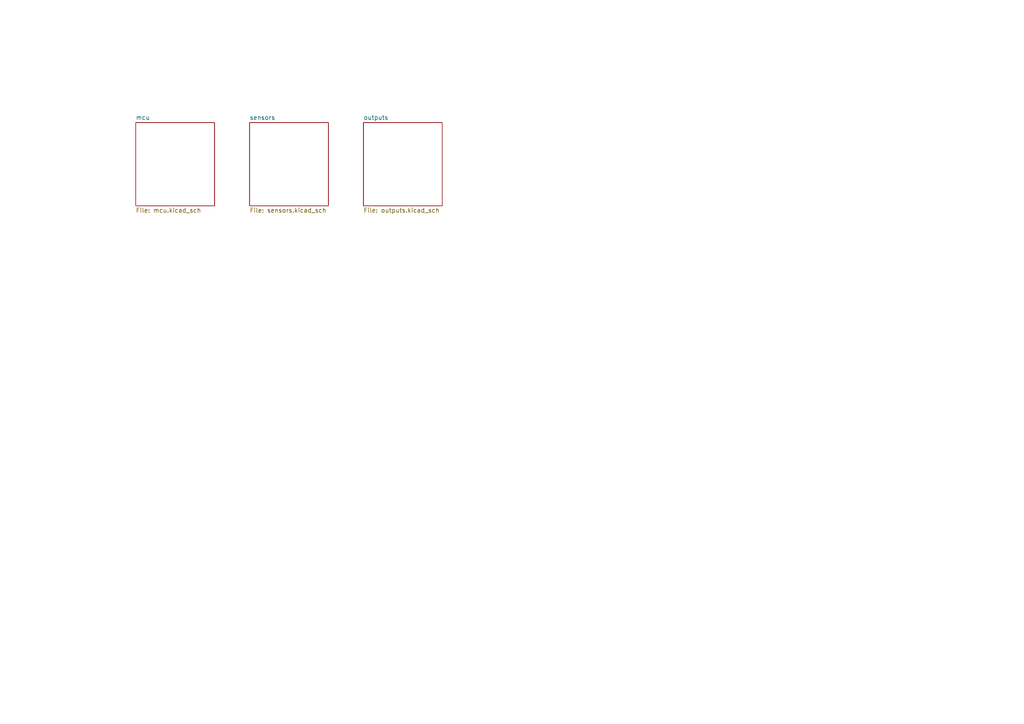
<source format=kicad_sch>
(kicad_sch (version 20211123) (generator eeschema)
  (paper "A4")
  (lib_symbols)
  (sheet (at 105.41 35.56) (size 22.86 24.13) (stroke (width 0.1524))
    (property "Sheet name" "outputs" (at 105.41 34.8484 0) (effects (justify left bottom)))
    (property "Sheet file" "outputs.kicad_sch" (at 105.41 60.2746 0) (effects (justify left top)))
  )
  (sheet (at 72.39 35.56) (size 22.86 24.13) (stroke (width 0.1524))
    (property "Sheet name" "sensors" (at 72.39 34.8484 0) (effects (justify left bottom)))
    (property "Sheet file" "sensors.kicad_sch" (at 72.39 60.2746 0) (effects (justify left top)))
  )
  (sheet (at 39.37 35.56) (size 22.86 24.13) (stroke (width 0.1524))
    (property "Sheet name" "mcu" (at 39.37 34.8484 0) (effects (justify left bottom)))
    (property "Sheet file" "mcu.kicad_sch" (at 39.37 60.2746 0) (effects (justify left top)))
  )
)
</source>
